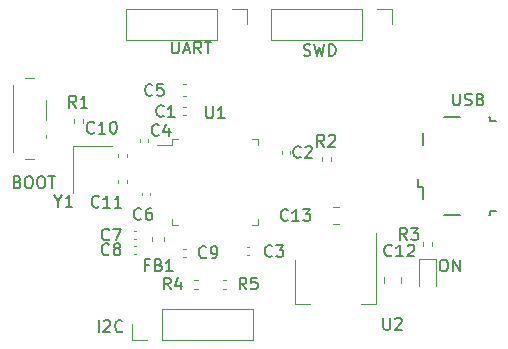
<source format=gbr>
%TF.GenerationSoftware,KiCad,Pcbnew,7.0.5-1.fc38*%
%TF.CreationDate,2023-06-26T00:30:19+03:00*%
%TF.ProjectId,stm32,73746d33-322e-46b6-9963-61645f706362,1.0*%
%TF.SameCoordinates,Original*%
%TF.FileFunction,Legend,Top*%
%TF.FilePolarity,Positive*%
%FSLAX46Y46*%
G04 Gerber Fmt 4.6, Leading zero omitted, Abs format (unit mm)*
G04 Created by KiCad (PCBNEW 7.0.5-1.fc38) date 2023-06-26 00:30:19*
%MOMM*%
%LPD*%
G01*
G04 APERTURE LIST*
%ADD10C,0.150000*%
%ADD11C,0.120000*%
G04 APERTURE END LIST*
D10*
X144862255Y-65327319D02*
X145052731Y-65327319D01*
X145052731Y-65327319D02*
X145147969Y-65374938D01*
X145147969Y-65374938D02*
X145243207Y-65470176D01*
X145243207Y-65470176D02*
X145290826Y-65660652D01*
X145290826Y-65660652D02*
X145290826Y-65993985D01*
X145290826Y-65993985D02*
X145243207Y-66184461D01*
X145243207Y-66184461D02*
X145147969Y-66279700D01*
X145147969Y-66279700D02*
X145052731Y-66327319D01*
X145052731Y-66327319D02*
X144862255Y-66327319D01*
X144862255Y-66327319D02*
X144767017Y-66279700D01*
X144767017Y-66279700D02*
X144671779Y-66184461D01*
X144671779Y-66184461D02*
X144624160Y-65993985D01*
X144624160Y-65993985D02*
X144624160Y-65660652D01*
X144624160Y-65660652D02*
X144671779Y-65470176D01*
X144671779Y-65470176D02*
X144767017Y-65374938D01*
X144767017Y-65374938D02*
X144862255Y-65327319D01*
X145719398Y-66327319D02*
X145719398Y-65327319D01*
X145719398Y-65327319D02*
X146290826Y-66327319D01*
X146290826Y-66327319D02*
X146290826Y-65327319D01*
X145736779Y-51269819D02*
X145736779Y-52079342D01*
X145736779Y-52079342D02*
X145784398Y-52174580D01*
X145784398Y-52174580D02*
X145832017Y-52222200D01*
X145832017Y-52222200D02*
X145927255Y-52269819D01*
X145927255Y-52269819D02*
X146117731Y-52269819D01*
X146117731Y-52269819D02*
X146212969Y-52222200D01*
X146212969Y-52222200D02*
X146260588Y-52174580D01*
X146260588Y-52174580D02*
X146308207Y-52079342D01*
X146308207Y-52079342D02*
X146308207Y-51269819D01*
X146736779Y-52222200D02*
X146879636Y-52269819D01*
X146879636Y-52269819D02*
X147117731Y-52269819D01*
X147117731Y-52269819D02*
X147212969Y-52222200D01*
X147212969Y-52222200D02*
X147260588Y-52174580D01*
X147260588Y-52174580D02*
X147308207Y-52079342D01*
X147308207Y-52079342D02*
X147308207Y-51984104D01*
X147308207Y-51984104D02*
X147260588Y-51888866D01*
X147260588Y-51888866D02*
X147212969Y-51841247D01*
X147212969Y-51841247D02*
X147117731Y-51793628D01*
X147117731Y-51793628D02*
X146927255Y-51746009D01*
X146927255Y-51746009D02*
X146832017Y-51698390D01*
X146832017Y-51698390D02*
X146784398Y-51650771D01*
X146784398Y-51650771D02*
X146736779Y-51555533D01*
X146736779Y-51555533D02*
X146736779Y-51460295D01*
X146736779Y-51460295D02*
X146784398Y-51365057D01*
X146784398Y-51365057D02*
X146832017Y-51317438D01*
X146832017Y-51317438D02*
X146927255Y-51269819D01*
X146927255Y-51269819D02*
X147165350Y-51269819D01*
X147165350Y-51269819D02*
X147308207Y-51317438D01*
X148070112Y-51746009D02*
X148212969Y-51793628D01*
X148212969Y-51793628D02*
X148260588Y-51841247D01*
X148260588Y-51841247D02*
X148308207Y-51936485D01*
X148308207Y-51936485D02*
X148308207Y-52079342D01*
X148308207Y-52079342D02*
X148260588Y-52174580D01*
X148260588Y-52174580D02*
X148212969Y-52222200D01*
X148212969Y-52222200D02*
X148117731Y-52269819D01*
X148117731Y-52269819D02*
X147736779Y-52269819D01*
X147736779Y-52269819D02*
X147736779Y-51269819D01*
X147736779Y-51269819D02*
X148070112Y-51269819D01*
X148070112Y-51269819D02*
X148165350Y-51317438D01*
X148165350Y-51317438D02*
X148212969Y-51365057D01*
X148212969Y-51365057D02*
X148260588Y-51460295D01*
X148260588Y-51460295D02*
X148260588Y-51555533D01*
X148260588Y-51555533D02*
X148212969Y-51650771D01*
X148212969Y-51650771D02*
X148165350Y-51698390D01*
X148165350Y-51698390D02*
X148070112Y-51746009D01*
X148070112Y-51746009D02*
X147736779Y-51746009D01*
X108870112Y-58746009D02*
X109012969Y-58793628D01*
X109012969Y-58793628D02*
X109060588Y-58841247D01*
X109060588Y-58841247D02*
X109108207Y-58936485D01*
X109108207Y-58936485D02*
X109108207Y-59079342D01*
X109108207Y-59079342D02*
X109060588Y-59174580D01*
X109060588Y-59174580D02*
X109012969Y-59222200D01*
X109012969Y-59222200D02*
X108917731Y-59269819D01*
X108917731Y-59269819D02*
X108536779Y-59269819D01*
X108536779Y-59269819D02*
X108536779Y-58269819D01*
X108536779Y-58269819D02*
X108870112Y-58269819D01*
X108870112Y-58269819D02*
X108965350Y-58317438D01*
X108965350Y-58317438D02*
X109012969Y-58365057D01*
X109012969Y-58365057D02*
X109060588Y-58460295D01*
X109060588Y-58460295D02*
X109060588Y-58555533D01*
X109060588Y-58555533D02*
X109012969Y-58650771D01*
X109012969Y-58650771D02*
X108965350Y-58698390D01*
X108965350Y-58698390D02*
X108870112Y-58746009D01*
X108870112Y-58746009D02*
X108536779Y-58746009D01*
X109727255Y-58269819D02*
X109917731Y-58269819D01*
X109917731Y-58269819D02*
X110012969Y-58317438D01*
X110012969Y-58317438D02*
X110108207Y-58412676D01*
X110108207Y-58412676D02*
X110155826Y-58603152D01*
X110155826Y-58603152D02*
X110155826Y-58936485D01*
X110155826Y-58936485D02*
X110108207Y-59126961D01*
X110108207Y-59126961D02*
X110012969Y-59222200D01*
X110012969Y-59222200D02*
X109917731Y-59269819D01*
X109917731Y-59269819D02*
X109727255Y-59269819D01*
X109727255Y-59269819D02*
X109632017Y-59222200D01*
X109632017Y-59222200D02*
X109536779Y-59126961D01*
X109536779Y-59126961D02*
X109489160Y-58936485D01*
X109489160Y-58936485D02*
X109489160Y-58603152D01*
X109489160Y-58603152D02*
X109536779Y-58412676D01*
X109536779Y-58412676D02*
X109632017Y-58317438D01*
X109632017Y-58317438D02*
X109727255Y-58269819D01*
X110774874Y-58269819D02*
X110965350Y-58269819D01*
X110965350Y-58269819D02*
X111060588Y-58317438D01*
X111060588Y-58317438D02*
X111155826Y-58412676D01*
X111155826Y-58412676D02*
X111203445Y-58603152D01*
X111203445Y-58603152D02*
X111203445Y-58936485D01*
X111203445Y-58936485D02*
X111155826Y-59126961D01*
X111155826Y-59126961D02*
X111060588Y-59222200D01*
X111060588Y-59222200D02*
X110965350Y-59269819D01*
X110965350Y-59269819D02*
X110774874Y-59269819D01*
X110774874Y-59269819D02*
X110679636Y-59222200D01*
X110679636Y-59222200D02*
X110584398Y-59126961D01*
X110584398Y-59126961D02*
X110536779Y-58936485D01*
X110536779Y-58936485D02*
X110536779Y-58603152D01*
X110536779Y-58603152D02*
X110584398Y-58412676D01*
X110584398Y-58412676D02*
X110679636Y-58317438D01*
X110679636Y-58317438D02*
X110774874Y-58269819D01*
X111489160Y-58269819D02*
X112060588Y-58269819D01*
X111774874Y-59269819D02*
X111774874Y-58269819D01*
X115736779Y-71469819D02*
X115736779Y-70469819D01*
X116165350Y-70565057D02*
X116212969Y-70517438D01*
X116212969Y-70517438D02*
X116308207Y-70469819D01*
X116308207Y-70469819D02*
X116546302Y-70469819D01*
X116546302Y-70469819D02*
X116641540Y-70517438D01*
X116641540Y-70517438D02*
X116689159Y-70565057D01*
X116689159Y-70565057D02*
X116736778Y-70660295D01*
X116736778Y-70660295D02*
X116736778Y-70755533D01*
X116736778Y-70755533D02*
X116689159Y-70898390D01*
X116689159Y-70898390D02*
X116117731Y-71469819D01*
X116117731Y-71469819D02*
X116736778Y-71469819D01*
X117736778Y-71374580D02*
X117689159Y-71422200D01*
X117689159Y-71422200D02*
X117546302Y-71469819D01*
X117546302Y-71469819D02*
X117451064Y-71469819D01*
X117451064Y-71469819D02*
X117308207Y-71422200D01*
X117308207Y-71422200D02*
X117212969Y-71326961D01*
X117212969Y-71326961D02*
X117165350Y-71231723D01*
X117165350Y-71231723D02*
X117117731Y-71041247D01*
X117117731Y-71041247D02*
X117117731Y-70898390D01*
X117117731Y-70898390D02*
X117165350Y-70707914D01*
X117165350Y-70707914D02*
X117212969Y-70612676D01*
X117212969Y-70612676D02*
X117308207Y-70517438D01*
X117308207Y-70517438D02*
X117451064Y-70469819D01*
X117451064Y-70469819D02*
X117546302Y-70469819D01*
X117546302Y-70469819D02*
X117689159Y-70517438D01*
X117689159Y-70517438D02*
X117736778Y-70565057D01*
X121936779Y-46869819D02*
X121936779Y-47679342D01*
X121936779Y-47679342D02*
X121984398Y-47774580D01*
X121984398Y-47774580D02*
X122032017Y-47822200D01*
X122032017Y-47822200D02*
X122127255Y-47869819D01*
X122127255Y-47869819D02*
X122317731Y-47869819D01*
X122317731Y-47869819D02*
X122412969Y-47822200D01*
X122412969Y-47822200D02*
X122460588Y-47774580D01*
X122460588Y-47774580D02*
X122508207Y-47679342D01*
X122508207Y-47679342D02*
X122508207Y-46869819D01*
X122936779Y-47584104D02*
X123412969Y-47584104D01*
X122841541Y-47869819D02*
X123174874Y-46869819D01*
X123174874Y-46869819D02*
X123508207Y-47869819D01*
X124412969Y-47869819D02*
X124079636Y-47393628D01*
X123841541Y-47869819D02*
X123841541Y-46869819D01*
X123841541Y-46869819D02*
X124222493Y-46869819D01*
X124222493Y-46869819D02*
X124317731Y-46917438D01*
X124317731Y-46917438D02*
X124365350Y-46965057D01*
X124365350Y-46965057D02*
X124412969Y-47060295D01*
X124412969Y-47060295D02*
X124412969Y-47203152D01*
X124412969Y-47203152D02*
X124365350Y-47298390D01*
X124365350Y-47298390D02*
X124317731Y-47346009D01*
X124317731Y-47346009D02*
X124222493Y-47393628D01*
X124222493Y-47393628D02*
X123841541Y-47393628D01*
X124698684Y-46869819D02*
X125270112Y-46869819D01*
X124984398Y-47869819D02*
X124984398Y-46869819D01*
X133089160Y-48022200D02*
X133232017Y-48069819D01*
X133232017Y-48069819D02*
X133470112Y-48069819D01*
X133470112Y-48069819D02*
X133565350Y-48022200D01*
X133565350Y-48022200D02*
X133612969Y-47974580D01*
X133612969Y-47974580D02*
X133660588Y-47879342D01*
X133660588Y-47879342D02*
X133660588Y-47784104D01*
X133660588Y-47784104D02*
X133612969Y-47688866D01*
X133612969Y-47688866D02*
X133565350Y-47641247D01*
X133565350Y-47641247D02*
X133470112Y-47593628D01*
X133470112Y-47593628D02*
X133279636Y-47546009D01*
X133279636Y-47546009D02*
X133184398Y-47498390D01*
X133184398Y-47498390D02*
X133136779Y-47450771D01*
X133136779Y-47450771D02*
X133089160Y-47355533D01*
X133089160Y-47355533D02*
X133089160Y-47260295D01*
X133089160Y-47260295D02*
X133136779Y-47165057D01*
X133136779Y-47165057D02*
X133184398Y-47117438D01*
X133184398Y-47117438D02*
X133279636Y-47069819D01*
X133279636Y-47069819D02*
X133517731Y-47069819D01*
X133517731Y-47069819D02*
X133660588Y-47117438D01*
X133993922Y-47069819D02*
X134232017Y-48069819D01*
X134232017Y-48069819D02*
X134422493Y-47355533D01*
X134422493Y-47355533D02*
X134612969Y-48069819D01*
X134612969Y-48069819D02*
X134851065Y-47069819D01*
X135232017Y-48069819D02*
X135232017Y-47069819D01*
X135232017Y-47069819D02*
X135470112Y-47069819D01*
X135470112Y-47069819D02*
X135612969Y-47117438D01*
X135612969Y-47117438D02*
X135708207Y-47212676D01*
X135708207Y-47212676D02*
X135755826Y-47307914D01*
X135755826Y-47307914D02*
X135803445Y-47498390D01*
X135803445Y-47498390D02*
X135803445Y-47641247D01*
X135803445Y-47641247D02*
X135755826Y-47831723D01*
X135755826Y-47831723D02*
X135708207Y-47926961D01*
X135708207Y-47926961D02*
X135612969Y-48022200D01*
X135612969Y-48022200D02*
X135470112Y-48069819D01*
X135470112Y-48069819D02*
X135232017Y-48069819D01*
%TO.C,Y1*%
X112323809Y-60378628D02*
X112323809Y-60854819D01*
X111990476Y-59854819D02*
X112323809Y-60378628D01*
X112323809Y-60378628D02*
X112657142Y-59854819D01*
X113514285Y-60854819D02*
X112942857Y-60854819D01*
X113228571Y-60854819D02*
X113228571Y-59854819D01*
X113228571Y-59854819D02*
X113133333Y-59997676D01*
X113133333Y-59997676D02*
X113038095Y-60092914D01*
X113038095Y-60092914D02*
X112942857Y-60140533D01*
%TO.C,U2*%
X139838095Y-70254819D02*
X139838095Y-71064342D01*
X139838095Y-71064342D02*
X139885714Y-71159580D01*
X139885714Y-71159580D02*
X139933333Y-71207200D01*
X139933333Y-71207200D02*
X140028571Y-71254819D01*
X140028571Y-71254819D02*
X140219047Y-71254819D01*
X140219047Y-71254819D02*
X140314285Y-71207200D01*
X140314285Y-71207200D02*
X140361904Y-71159580D01*
X140361904Y-71159580D02*
X140409523Y-71064342D01*
X140409523Y-71064342D02*
X140409523Y-70254819D01*
X140838095Y-70350057D02*
X140885714Y-70302438D01*
X140885714Y-70302438D02*
X140980952Y-70254819D01*
X140980952Y-70254819D02*
X141219047Y-70254819D01*
X141219047Y-70254819D02*
X141314285Y-70302438D01*
X141314285Y-70302438D02*
X141361904Y-70350057D01*
X141361904Y-70350057D02*
X141409523Y-70445295D01*
X141409523Y-70445295D02*
X141409523Y-70540533D01*
X141409523Y-70540533D02*
X141361904Y-70683390D01*
X141361904Y-70683390D02*
X140790476Y-71254819D01*
X140790476Y-71254819D02*
X141409523Y-71254819D01*
%TO.C,U1*%
X124825595Y-52354819D02*
X124825595Y-53164342D01*
X124825595Y-53164342D02*
X124873214Y-53259580D01*
X124873214Y-53259580D02*
X124920833Y-53307200D01*
X124920833Y-53307200D02*
X125016071Y-53354819D01*
X125016071Y-53354819D02*
X125206547Y-53354819D01*
X125206547Y-53354819D02*
X125301785Y-53307200D01*
X125301785Y-53307200D02*
X125349404Y-53259580D01*
X125349404Y-53259580D02*
X125397023Y-53164342D01*
X125397023Y-53164342D02*
X125397023Y-52354819D01*
X126397023Y-53354819D02*
X125825595Y-53354819D01*
X126111309Y-53354819D02*
X126111309Y-52354819D01*
X126111309Y-52354819D02*
X126016071Y-52497676D01*
X126016071Y-52497676D02*
X125920833Y-52592914D01*
X125920833Y-52592914D02*
X125825595Y-52640533D01*
%TO.C,R5*%
X128233333Y-67854819D02*
X127900000Y-67378628D01*
X127661905Y-67854819D02*
X127661905Y-66854819D01*
X127661905Y-66854819D02*
X128042857Y-66854819D01*
X128042857Y-66854819D02*
X128138095Y-66902438D01*
X128138095Y-66902438D02*
X128185714Y-66950057D01*
X128185714Y-66950057D02*
X128233333Y-67045295D01*
X128233333Y-67045295D02*
X128233333Y-67188152D01*
X128233333Y-67188152D02*
X128185714Y-67283390D01*
X128185714Y-67283390D02*
X128138095Y-67331009D01*
X128138095Y-67331009D02*
X128042857Y-67378628D01*
X128042857Y-67378628D02*
X127661905Y-67378628D01*
X129138095Y-66854819D02*
X128661905Y-66854819D01*
X128661905Y-66854819D02*
X128614286Y-67331009D01*
X128614286Y-67331009D02*
X128661905Y-67283390D01*
X128661905Y-67283390D02*
X128757143Y-67235771D01*
X128757143Y-67235771D02*
X128995238Y-67235771D01*
X128995238Y-67235771D02*
X129090476Y-67283390D01*
X129090476Y-67283390D02*
X129138095Y-67331009D01*
X129138095Y-67331009D02*
X129185714Y-67426247D01*
X129185714Y-67426247D02*
X129185714Y-67664342D01*
X129185714Y-67664342D02*
X129138095Y-67759580D01*
X129138095Y-67759580D02*
X129090476Y-67807200D01*
X129090476Y-67807200D02*
X128995238Y-67854819D01*
X128995238Y-67854819D02*
X128757143Y-67854819D01*
X128757143Y-67854819D02*
X128661905Y-67807200D01*
X128661905Y-67807200D02*
X128614286Y-67759580D01*
%TO.C,R4*%
X121833333Y-67854819D02*
X121500000Y-67378628D01*
X121261905Y-67854819D02*
X121261905Y-66854819D01*
X121261905Y-66854819D02*
X121642857Y-66854819D01*
X121642857Y-66854819D02*
X121738095Y-66902438D01*
X121738095Y-66902438D02*
X121785714Y-66950057D01*
X121785714Y-66950057D02*
X121833333Y-67045295D01*
X121833333Y-67045295D02*
X121833333Y-67188152D01*
X121833333Y-67188152D02*
X121785714Y-67283390D01*
X121785714Y-67283390D02*
X121738095Y-67331009D01*
X121738095Y-67331009D02*
X121642857Y-67378628D01*
X121642857Y-67378628D02*
X121261905Y-67378628D01*
X122690476Y-67188152D02*
X122690476Y-67854819D01*
X122452381Y-66807200D02*
X122214286Y-67521485D01*
X122214286Y-67521485D02*
X122833333Y-67521485D01*
%TO.C,R3*%
X141833333Y-63654819D02*
X141500000Y-63178628D01*
X141261905Y-63654819D02*
X141261905Y-62654819D01*
X141261905Y-62654819D02*
X141642857Y-62654819D01*
X141642857Y-62654819D02*
X141738095Y-62702438D01*
X141738095Y-62702438D02*
X141785714Y-62750057D01*
X141785714Y-62750057D02*
X141833333Y-62845295D01*
X141833333Y-62845295D02*
X141833333Y-62988152D01*
X141833333Y-62988152D02*
X141785714Y-63083390D01*
X141785714Y-63083390D02*
X141738095Y-63131009D01*
X141738095Y-63131009D02*
X141642857Y-63178628D01*
X141642857Y-63178628D02*
X141261905Y-63178628D01*
X142166667Y-62654819D02*
X142785714Y-62654819D01*
X142785714Y-62654819D02*
X142452381Y-63035771D01*
X142452381Y-63035771D02*
X142595238Y-63035771D01*
X142595238Y-63035771D02*
X142690476Y-63083390D01*
X142690476Y-63083390D02*
X142738095Y-63131009D01*
X142738095Y-63131009D02*
X142785714Y-63226247D01*
X142785714Y-63226247D02*
X142785714Y-63464342D01*
X142785714Y-63464342D02*
X142738095Y-63559580D01*
X142738095Y-63559580D02*
X142690476Y-63607200D01*
X142690476Y-63607200D02*
X142595238Y-63654819D01*
X142595238Y-63654819D02*
X142309524Y-63654819D01*
X142309524Y-63654819D02*
X142214286Y-63607200D01*
X142214286Y-63607200D02*
X142166667Y-63559580D01*
%TO.C,R2*%
X134833333Y-55754819D02*
X134500000Y-55278628D01*
X134261905Y-55754819D02*
X134261905Y-54754819D01*
X134261905Y-54754819D02*
X134642857Y-54754819D01*
X134642857Y-54754819D02*
X134738095Y-54802438D01*
X134738095Y-54802438D02*
X134785714Y-54850057D01*
X134785714Y-54850057D02*
X134833333Y-54945295D01*
X134833333Y-54945295D02*
X134833333Y-55088152D01*
X134833333Y-55088152D02*
X134785714Y-55183390D01*
X134785714Y-55183390D02*
X134738095Y-55231009D01*
X134738095Y-55231009D02*
X134642857Y-55278628D01*
X134642857Y-55278628D02*
X134261905Y-55278628D01*
X135214286Y-54850057D02*
X135261905Y-54802438D01*
X135261905Y-54802438D02*
X135357143Y-54754819D01*
X135357143Y-54754819D02*
X135595238Y-54754819D01*
X135595238Y-54754819D02*
X135690476Y-54802438D01*
X135690476Y-54802438D02*
X135738095Y-54850057D01*
X135738095Y-54850057D02*
X135785714Y-54945295D01*
X135785714Y-54945295D02*
X135785714Y-55040533D01*
X135785714Y-55040533D02*
X135738095Y-55183390D01*
X135738095Y-55183390D02*
X135166667Y-55754819D01*
X135166667Y-55754819D02*
X135785714Y-55754819D01*
%TO.C,R1*%
X113833333Y-52454819D02*
X113500000Y-51978628D01*
X113261905Y-52454819D02*
X113261905Y-51454819D01*
X113261905Y-51454819D02*
X113642857Y-51454819D01*
X113642857Y-51454819D02*
X113738095Y-51502438D01*
X113738095Y-51502438D02*
X113785714Y-51550057D01*
X113785714Y-51550057D02*
X113833333Y-51645295D01*
X113833333Y-51645295D02*
X113833333Y-51788152D01*
X113833333Y-51788152D02*
X113785714Y-51883390D01*
X113785714Y-51883390D02*
X113738095Y-51931009D01*
X113738095Y-51931009D02*
X113642857Y-51978628D01*
X113642857Y-51978628D02*
X113261905Y-51978628D01*
X114785714Y-52454819D02*
X114214286Y-52454819D01*
X114500000Y-52454819D02*
X114500000Y-51454819D01*
X114500000Y-51454819D02*
X114404762Y-51597676D01*
X114404762Y-51597676D02*
X114309524Y-51692914D01*
X114309524Y-51692914D02*
X114214286Y-51740533D01*
%TO.C,FB1*%
X119966666Y-65781009D02*
X119633333Y-65781009D01*
X119633333Y-66304819D02*
X119633333Y-65304819D01*
X119633333Y-65304819D02*
X120109523Y-65304819D01*
X120823809Y-65781009D02*
X120966666Y-65828628D01*
X120966666Y-65828628D02*
X121014285Y-65876247D01*
X121014285Y-65876247D02*
X121061904Y-65971485D01*
X121061904Y-65971485D02*
X121061904Y-66114342D01*
X121061904Y-66114342D02*
X121014285Y-66209580D01*
X121014285Y-66209580D02*
X120966666Y-66257200D01*
X120966666Y-66257200D02*
X120871428Y-66304819D01*
X120871428Y-66304819D02*
X120490476Y-66304819D01*
X120490476Y-66304819D02*
X120490476Y-65304819D01*
X120490476Y-65304819D02*
X120823809Y-65304819D01*
X120823809Y-65304819D02*
X120919047Y-65352438D01*
X120919047Y-65352438D02*
X120966666Y-65400057D01*
X120966666Y-65400057D02*
X121014285Y-65495295D01*
X121014285Y-65495295D02*
X121014285Y-65590533D01*
X121014285Y-65590533D02*
X120966666Y-65685771D01*
X120966666Y-65685771D02*
X120919047Y-65733390D01*
X120919047Y-65733390D02*
X120823809Y-65781009D01*
X120823809Y-65781009D02*
X120490476Y-65781009D01*
X122014285Y-66304819D02*
X121442857Y-66304819D01*
X121728571Y-66304819D02*
X121728571Y-65304819D01*
X121728571Y-65304819D02*
X121633333Y-65447676D01*
X121633333Y-65447676D02*
X121538095Y-65542914D01*
X121538095Y-65542914D02*
X121442857Y-65590533D01*
%TO.C,C13*%
X131757142Y-61959580D02*
X131709523Y-62007200D01*
X131709523Y-62007200D02*
X131566666Y-62054819D01*
X131566666Y-62054819D02*
X131471428Y-62054819D01*
X131471428Y-62054819D02*
X131328571Y-62007200D01*
X131328571Y-62007200D02*
X131233333Y-61911961D01*
X131233333Y-61911961D02*
X131185714Y-61816723D01*
X131185714Y-61816723D02*
X131138095Y-61626247D01*
X131138095Y-61626247D02*
X131138095Y-61483390D01*
X131138095Y-61483390D02*
X131185714Y-61292914D01*
X131185714Y-61292914D02*
X131233333Y-61197676D01*
X131233333Y-61197676D02*
X131328571Y-61102438D01*
X131328571Y-61102438D02*
X131471428Y-61054819D01*
X131471428Y-61054819D02*
X131566666Y-61054819D01*
X131566666Y-61054819D02*
X131709523Y-61102438D01*
X131709523Y-61102438D02*
X131757142Y-61150057D01*
X132709523Y-62054819D02*
X132138095Y-62054819D01*
X132423809Y-62054819D02*
X132423809Y-61054819D01*
X132423809Y-61054819D02*
X132328571Y-61197676D01*
X132328571Y-61197676D02*
X132233333Y-61292914D01*
X132233333Y-61292914D02*
X132138095Y-61340533D01*
X133042857Y-61054819D02*
X133661904Y-61054819D01*
X133661904Y-61054819D02*
X133328571Y-61435771D01*
X133328571Y-61435771D02*
X133471428Y-61435771D01*
X133471428Y-61435771D02*
X133566666Y-61483390D01*
X133566666Y-61483390D02*
X133614285Y-61531009D01*
X133614285Y-61531009D02*
X133661904Y-61626247D01*
X133661904Y-61626247D02*
X133661904Y-61864342D01*
X133661904Y-61864342D02*
X133614285Y-61959580D01*
X133614285Y-61959580D02*
X133566666Y-62007200D01*
X133566666Y-62007200D02*
X133471428Y-62054819D01*
X133471428Y-62054819D02*
X133185714Y-62054819D01*
X133185714Y-62054819D02*
X133090476Y-62007200D01*
X133090476Y-62007200D02*
X133042857Y-61959580D01*
%TO.C,C12*%
X140557142Y-64959580D02*
X140509523Y-65007200D01*
X140509523Y-65007200D02*
X140366666Y-65054819D01*
X140366666Y-65054819D02*
X140271428Y-65054819D01*
X140271428Y-65054819D02*
X140128571Y-65007200D01*
X140128571Y-65007200D02*
X140033333Y-64911961D01*
X140033333Y-64911961D02*
X139985714Y-64816723D01*
X139985714Y-64816723D02*
X139938095Y-64626247D01*
X139938095Y-64626247D02*
X139938095Y-64483390D01*
X139938095Y-64483390D02*
X139985714Y-64292914D01*
X139985714Y-64292914D02*
X140033333Y-64197676D01*
X140033333Y-64197676D02*
X140128571Y-64102438D01*
X140128571Y-64102438D02*
X140271428Y-64054819D01*
X140271428Y-64054819D02*
X140366666Y-64054819D01*
X140366666Y-64054819D02*
X140509523Y-64102438D01*
X140509523Y-64102438D02*
X140557142Y-64150057D01*
X141509523Y-65054819D02*
X140938095Y-65054819D01*
X141223809Y-65054819D02*
X141223809Y-64054819D01*
X141223809Y-64054819D02*
X141128571Y-64197676D01*
X141128571Y-64197676D02*
X141033333Y-64292914D01*
X141033333Y-64292914D02*
X140938095Y-64340533D01*
X141890476Y-64150057D02*
X141938095Y-64102438D01*
X141938095Y-64102438D02*
X142033333Y-64054819D01*
X142033333Y-64054819D02*
X142271428Y-64054819D01*
X142271428Y-64054819D02*
X142366666Y-64102438D01*
X142366666Y-64102438D02*
X142414285Y-64150057D01*
X142414285Y-64150057D02*
X142461904Y-64245295D01*
X142461904Y-64245295D02*
X142461904Y-64340533D01*
X142461904Y-64340533D02*
X142414285Y-64483390D01*
X142414285Y-64483390D02*
X141842857Y-65054819D01*
X141842857Y-65054819D02*
X142461904Y-65054819D01*
%TO.C,C11*%
X115757142Y-60829580D02*
X115709523Y-60877200D01*
X115709523Y-60877200D02*
X115566666Y-60924819D01*
X115566666Y-60924819D02*
X115471428Y-60924819D01*
X115471428Y-60924819D02*
X115328571Y-60877200D01*
X115328571Y-60877200D02*
X115233333Y-60781961D01*
X115233333Y-60781961D02*
X115185714Y-60686723D01*
X115185714Y-60686723D02*
X115138095Y-60496247D01*
X115138095Y-60496247D02*
X115138095Y-60353390D01*
X115138095Y-60353390D02*
X115185714Y-60162914D01*
X115185714Y-60162914D02*
X115233333Y-60067676D01*
X115233333Y-60067676D02*
X115328571Y-59972438D01*
X115328571Y-59972438D02*
X115471428Y-59924819D01*
X115471428Y-59924819D02*
X115566666Y-59924819D01*
X115566666Y-59924819D02*
X115709523Y-59972438D01*
X115709523Y-59972438D02*
X115757142Y-60020057D01*
X116709523Y-60924819D02*
X116138095Y-60924819D01*
X116423809Y-60924819D02*
X116423809Y-59924819D01*
X116423809Y-59924819D02*
X116328571Y-60067676D01*
X116328571Y-60067676D02*
X116233333Y-60162914D01*
X116233333Y-60162914D02*
X116138095Y-60210533D01*
X117661904Y-60924819D02*
X117090476Y-60924819D01*
X117376190Y-60924819D02*
X117376190Y-59924819D01*
X117376190Y-59924819D02*
X117280952Y-60067676D01*
X117280952Y-60067676D02*
X117185714Y-60162914D01*
X117185714Y-60162914D02*
X117090476Y-60210533D01*
%TO.C,C10*%
X115357142Y-54559580D02*
X115309523Y-54607200D01*
X115309523Y-54607200D02*
X115166666Y-54654819D01*
X115166666Y-54654819D02*
X115071428Y-54654819D01*
X115071428Y-54654819D02*
X114928571Y-54607200D01*
X114928571Y-54607200D02*
X114833333Y-54511961D01*
X114833333Y-54511961D02*
X114785714Y-54416723D01*
X114785714Y-54416723D02*
X114738095Y-54226247D01*
X114738095Y-54226247D02*
X114738095Y-54083390D01*
X114738095Y-54083390D02*
X114785714Y-53892914D01*
X114785714Y-53892914D02*
X114833333Y-53797676D01*
X114833333Y-53797676D02*
X114928571Y-53702438D01*
X114928571Y-53702438D02*
X115071428Y-53654819D01*
X115071428Y-53654819D02*
X115166666Y-53654819D01*
X115166666Y-53654819D02*
X115309523Y-53702438D01*
X115309523Y-53702438D02*
X115357142Y-53750057D01*
X116309523Y-54654819D02*
X115738095Y-54654819D01*
X116023809Y-54654819D02*
X116023809Y-53654819D01*
X116023809Y-53654819D02*
X115928571Y-53797676D01*
X115928571Y-53797676D02*
X115833333Y-53892914D01*
X115833333Y-53892914D02*
X115738095Y-53940533D01*
X116928571Y-53654819D02*
X117023809Y-53654819D01*
X117023809Y-53654819D02*
X117119047Y-53702438D01*
X117119047Y-53702438D02*
X117166666Y-53750057D01*
X117166666Y-53750057D02*
X117214285Y-53845295D01*
X117214285Y-53845295D02*
X117261904Y-54035771D01*
X117261904Y-54035771D02*
X117261904Y-54273866D01*
X117261904Y-54273866D02*
X117214285Y-54464342D01*
X117214285Y-54464342D02*
X117166666Y-54559580D01*
X117166666Y-54559580D02*
X117119047Y-54607200D01*
X117119047Y-54607200D02*
X117023809Y-54654819D01*
X117023809Y-54654819D02*
X116928571Y-54654819D01*
X116928571Y-54654819D02*
X116833333Y-54607200D01*
X116833333Y-54607200D02*
X116785714Y-54559580D01*
X116785714Y-54559580D02*
X116738095Y-54464342D01*
X116738095Y-54464342D02*
X116690476Y-54273866D01*
X116690476Y-54273866D02*
X116690476Y-54035771D01*
X116690476Y-54035771D02*
X116738095Y-53845295D01*
X116738095Y-53845295D02*
X116785714Y-53750057D01*
X116785714Y-53750057D02*
X116833333Y-53702438D01*
X116833333Y-53702438D02*
X116928571Y-53654819D01*
%TO.C,C9*%
X124833333Y-65109580D02*
X124785714Y-65157200D01*
X124785714Y-65157200D02*
X124642857Y-65204819D01*
X124642857Y-65204819D02*
X124547619Y-65204819D01*
X124547619Y-65204819D02*
X124404762Y-65157200D01*
X124404762Y-65157200D02*
X124309524Y-65061961D01*
X124309524Y-65061961D02*
X124261905Y-64966723D01*
X124261905Y-64966723D02*
X124214286Y-64776247D01*
X124214286Y-64776247D02*
X124214286Y-64633390D01*
X124214286Y-64633390D02*
X124261905Y-64442914D01*
X124261905Y-64442914D02*
X124309524Y-64347676D01*
X124309524Y-64347676D02*
X124404762Y-64252438D01*
X124404762Y-64252438D02*
X124547619Y-64204819D01*
X124547619Y-64204819D02*
X124642857Y-64204819D01*
X124642857Y-64204819D02*
X124785714Y-64252438D01*
X124785714Y-64252438D02*
X124833333Y-64300057D01*
X125309524Y-65204819D02*
X125500000Y-65204819D01*
X125500000Y-65204819D02*
X125595238Y-65157200D01*
X125595238Y-65157200D02*
X125642857Y-65109580D01*
X125642857Y-65109580D02*
X125738095Y-64966723D01*
X125738095Y-64966723D02*
X125785714Y-64776247D01*
X125785714Y-64776247D02*
X125785714Y-64395295D01*
X125785714Y-64395295D02*
X125738095Y-64300057D01*
X125738095Y-64300057D02*
X125690476Y-64252438D01*
X125690476Y-64252438D02*
X125595238Y-64204819D01*
X125595238Y-64204819D02*
X125404762Y-64204819D01*
X125404762Y-64204819D02*
X125309524Y-64252438D01*
X125309524Y-64252438D02*
X125261905Y-64300057D01*
X125261905Y-64300057D02*
X125214286Y-64395295D01*
X125214286Y-64395295D02*
X125214286Y-64633390D01*
X125214286Y-64633390D02*
X125261905Y-64728628D01*
X125261905Y-64728628D02*
X125309524Y-64776247D01*
X125309524Y-64776247D02*
X125404762Y-64823866D01*
X125404762Y-64823866D02*
X125595238Y-64823866D01*
X125595238Y-64823866D02*
X125690476Y-64776247D01*
X125690476Y-64776247D02*
X125738095Y-64728628D01*
X125738095Y-64728628D02*
X125785714Y-64633390D01*
%TO.C,C8*%
X116613333Y-64859580D02*
X116565714Y-64907200D01*
X116565714Y-64907200D02*
X116422857Y-64954819D01*
X116422857Y-64954819D02*
X116327619Y-64954819D01*
X116327619Y-64954819D02*
X116184762Y-64907200D01*
X116184762Y-64907200D02*
X116089524Y-64811961D01*
X116089524Y-64811961D02*
X116041905Y-64716723D01*
X116041905Y-64716723D02*
X115994286Y-64526247D01*
X115994286Y-64526247D02*
X115994286Y-64383390D01*
X115994286Y-64383390D02*
X116041905Y-64192914D01*
X116041905Y-64192914D02*
X116089524Y-64097676D01*
X116089524Y-64097676D02*
X116184762Y-64002438D01*
X116184762Y-64002438D02*
X116327619Y-63954819D01*
X116327619Y-63954819D02*
X116422857Y-63954819D01*
X116422857Y-63954819D02*
X116565714Y-64002438D01*
X116565714Y-64002438D02*
X116613333Y-64050057D01*
X117184762Y-64383390D02*
X117089524Y-64335771D01*
X117089524Y-64335771D02*
X117041905Y-64288152D01*
X117041905Y-64288152D02*
X116994286Y-64192914D01*
X116994286Y-64192914D02*
X116994286Y-64145295D01*
X116994286Y-64145295D02*
X117041905Y-64050057D01*
X117041905Y-64050057D02*
X117089524Y-64002438D01*
X117089524Y-64002438D02*
X117184762Y-63954819D01*
X117184762Y-63954819D02*
X117375238Y-63954819D01*
X117375238Y-63954819D02*
X117470476Y-64002438D01*
X117470476Y-64002438D02*
X117518095Y-64050057D01*
X117518095Y-64050057D02*
X117565714Y-64145295D01*
X117565714Y-64145295D02*
X117565714Y-64192914D01*
X117565714Y-64192914D02*
X117518095Y-64288152D01*
X117518095Y-64288152D02*
X117470476Y-64335771D01*
X117470476Y-64335771D02*
X117375238Y-64383390D01*
X117375238Y-64383390D02*
X117184762Y-64383390D01*
X117184762Y-64383390D02*
X117089524Y-64431009D01*
X117089524Y-64431009D02*
X117041905Y-64478628D01*
X117041905Y-64478628D02*
X116994286Y-64573866D01*
X116994286Y-64573866D02*
X116994286Y-64764342D01*
X116994286Y-64764342D02*
X117041905Y-64859580D01*
X117041905Y-64859580D02*
X117089524Y-64907200D01*
X117089524Y-64907200D02*
X117184762Y-64954819D01*
X117184762Y-64954819D02*
X117375238Y-64954819D01*
X117375238Y-64954819D02*
X117470476Y-64907200D01*
X117470476Y-64907200D02*
X117518095Y-64859580D01*
X117518095Y-64859580D02*
X117565714Y-64764342D01*
X117565714Y-64764342D02*
X117565714Y-64573866D01*
X117565714Y-64573866D02*
X117518095Y-64478628D01*
X117518095Y-64478628D02*
X117470476Y-64431009D01*
X117470476Y-64431009D02*
X117375238Y-64383390D01*
%TO.C,C7*%
X116633333Y-63609580D02*
X116585714Y-63657200D01*
X116585714Y-63657200D02*
X116442857Y-63704819D01*
X116442857Y-63704819D02*
X116347619Y-63704819D01*
X116347619Y-63704819D02*
X116204762Y-63657200D01*
X116204762Y-63657200D02*
X116109524Y-63561961D01*
X116109524Y-63561961D02*
X116061905Y-63466723D01*
X116061905Y-63466723D02*
X116014286Y-63276247D01*
X116014286Y-63276247D02*
X116014286Y-63133390D01*
X116014286Y-63133390D02*
X116061905Y-62942914D01*
X116061905Y-62942914D02*
X116109524Y-62847676D01*
X116109524Y-62847676D02*
X116204762Y-62752438D01*
X116204762Y-62752438D02*
X116347619Y-62704819D01*
X116347619Y-62704819D02*
X116442857Y-62704819D01*
X116442857Y-62704819D02*
X116585714Y-62752438D01*
X116585714Y-62752438D02*
X116633333Y-62800057D01*
X116966667Y-62704819D02*
X117633333Y-62704819D01*
X117633333Y-62704819D02*
X117204762Y-63704819D01*
%TO.C,C6*%
X119333333Y-61879580D02*
X119285714Y-61927200D01*
X119285714Y-61927200D02*
X119142857Y-61974819D01*
X119142857Y-61974819D02*
X119047619Y-61974819D01*
X119047619Y-61974819D02*
X118904762Y-61927200D01*
X118904762Y-61927200D02*
X118809524Y-61831961D01*
X118809524Y-61831961D02*
X118761905Y-61736723D01*
X118761905Y-61736723D02*
X118714286Y-61546247D01*
X118714286Y-61546247D02*
X118714286Y-61403390D01*
X118714286Y-61403390D02*
X118761905Y-61212914D01*
X118761905Y-61212914D02*
X118809524Y-61117676D01*
X118809524Y-61117676D02*
X118904762Y-61022438D01*
X118904762Y-61022438D02*
X119047619Y-60974819D01*
X119047619Y-60974819D02*
X119142857Y-60974819D01*
X119142857Y-60974819D02*
X119285714Y-61022438D01*
X119285714Y-61022438D02*
X119333333Y-61070057D01*
X120190476Y-60974819D02*
X120000000Y-60974819D01*
X120000000Y-60974819D02*
X119904762Y-61022438D01*
X119904762Y-61022438D02*
X119857143Y-61070057D01*
X119857143Y-61070057D02*
X119761905Y-61212914D01*
X119761905Y-61212914D02*
X119714286Y-61403390D01*
X119714286Y-61403390D02*
X119714286Y-61784342D01*
X119714286Y-61784342D02*
X119761905Y-61879580D01*
X119761905Y-61879580D02*
X119809524Y-61927200D01*
X119809524Y-61927200D02*
X119904762Y-61974819D01*
X119904762Y-61974819D02*
X120095238Y-61974819D01*
X120095238Y-61974819D02*
X120190476Y-61927200D01*
X120190476Y-61927200D02*
X120238095Y-61879580D01*
X120238095Y-61879580D02*
X120285714Y-61784342D01*
X120285714Y-61784342D02*
X120285714Y-61546247D01*
X120285714Y-61546247D02*
X120238095Y-61451009D01*
X120238095Y-61451009D02*
X120190476Y-61403390D01*
X120190476Y-61403390D02*
X120095238Y-61355771D01*
X120095238Y-61355771D02*
X119904762Y-61355771D01*
X119904762Y-61355771D02*
X119809524Y-61403390D01*
X119809524Y-61403390D02*
X119761905Y-61451009D01*
X119761905Y-61451009D02*
X119714286Y-61546247D01*
%TO.C,C5*%
X120283333Y-51359580D02*
X120235714Y-51407200D01*
X120235714Y-51407200D02*
X120092857Y-51454819D01*
X120092857Y-51454819D02*
X119997619Y-51454819D01*
X119997619Y-51454819D02*
X119854762Y-51407200D01*
X119854762Y-51407200D02*
X119759524Y-51311961D01*
X119759524Y-51311961D02*
X119711905Y-51216723D01*
X119711905Y-51216723D02*
X119664286Y-51026247D01*
X119664286Y-51026247D02*
X119664286Y-50883390D01*
X119664286Y-50883390D02*
X119711905Y-50692914D01*
X119711905Y-50692914D02*
X119759524Y-50597676D01*
X119759524Y-50597676D02*
X119854762Y-50502438D01*
X119854762Y-50502438D02*
X119997619Y-50454819D01*
X119997619Y-50454819D02*
X120092857Y-50454819D01*
X120092857Y-50454819D02*
X120235714Y-50502438D01*
X120235714Y-50502438D02*
X120283333Y-50550057D01*
X121188095Y-50454819D02*
X120711905Y-50454819D01*
X120711905Y-50454819D02*
X120664286Y-50931009D01*
X120664286Y-50931009D02*
X120711905Y-50883390D01*
X120711905Y-50883390D02*
X120807143Y-50835771D01*
X120807143Y-50835771D02*
X121045238Y-50835771D01*
X121045238Y-50835771D02*
X121140476Y-50883390D01*
X121140476Y-50883390D02*
X121188095Y-50931009D01*
X121188095Y-50931009D02*
X121235714Y-51026247D01*
X121235714Y-51026247D02*
X121235714Y-51264342D01*
X121235714Y-51264342D02*
X121188095Y-51359580D01*
X121188095Y-51359580D02*
X121140476Y-51407200D01*
X121140476Y-51407200D02*
X121045238Y-51454819D01*
X121045238Y-51454819D02*
X120807143Y-51454819D01*
X120807143Y-51454819D02*
X120711905Y-51407200D01*
X120711905Y-51407200D02*
X120664286Y-51359580D01*
%TO.C,C4*%
X120833333Y-54759580D02*
X120785714Y-54807200D01*
X120785714Y-54807200D02*
X120642857Y-54854819D01*
X120642857Y-54854819D02*
X120547619Y-54854819D01*
X120547619Y-54854819D02*
X120404762Y-54807200D01*
X120404762Y-54807200D02*
X120309524Y-54711961D01*
X120309524Y-54711961D02*
X120261905Y-54616723D01*
X120261905Y-54616723D02*
X120214286Y-54426247D01*
X120214286Y-54426247D02*
X120214286Y-54283390D01*
X120214286Y-54283390D02*
X120261905Y-54092914D01*
X120261905Y-54092914D02*
X120309524Y-53997676D01*
X120309524Y-53997676D02*
X120404762Y-53902438D01*
X120404762Y-53902438D02*
X120547619Y-53854819D01*
X120547619Y-53854819D02*
X120642857Y-53854819D01*
X120642857Y-53854819D02*
X120785714Y-53902438D01*
X120785714Y-53902438D02*
X120833333Y-53950057D01*
X121690476Y-54188152D02*
X121690476Y-54854819D01*
X121452381Y-53807200D02*
X121214286Y-54521485D01*
X121214286Y-54521485D02*
X121833333Y-54521485D01*
%TO.C,C3*%
X130433333Y-65009580D02*
X130385714Y-65057200D01*
X130385714Y-65057200D02*
X130242857Y-65104819D01*
X130242857Y-65104819D02*
X130147619Y-65104819D01*
X130147619Y-65104819D02*
X130004762Y-65057200D01*
X130004762Y-65057200D02*
X129909524Y-64961961D01*
X129909524Y-64961961D02*
X129861905Y-64866723D01*
X129861905Y-64866723D02*
X129814286Y-64676247D01*
X129814286Y-64676247D02*
X129814286Y-64533390D01*
X129814286Y-64533390D02*
X129861905Y-64342914D01*
X129861905Y-64342914D02*
X129909524Y-64247676D01*
X129909524Y-64247676D02*
X130004762Y-64152438D01*
X130004762Y-64152438D02*
X130147619Y-64104819D01*
X130147619Y-64104819D02*
X130242857Y-64104819D01*
X130242857Y-64104819D02*
X130385714Y-64152438D01*
X130385714Y-64152438D02*
X130433333Y-64200057D01*
X130766667Y-64104819D02*
X131385714Y-64104819D01*
X131385714Y-64104819D02*
X131052381Y-64485771D01*
X131052381Y-64485771D02*
X131195238Y-64485771D01*
X131195238Y-64485771D02*
X131290476Y-64533390D01*
X131290476Y-64533390D02*
X131338095Y-64581009D01*
X131338095Y-64581009D02*
X131385714Y-64676247D01*
X131385714Y-64676247D02*
X131385714Y-64914342D01*
X131385714Y-64914342D02*
X131338095Y-65009580D01*
X131338095Y-65009580D02*
X131290476Y-65057200D01*
X131290476Y-65057200D02*
X131195238Y-65104819D01*
X131195238Y-65104819D02*
X130909524Y-65104819D01*
X130909524Y-65104819D02*
X130814286Y-65057200D01*
X130814286Y-65057200D02*
X130766667Y-65009580D01*
%TO.C,C2*%
X132833333Y-56609580D02*
X132785714Y-56657200D01*
X132785714Y-56657200D02*
X132642857Y-56704819D01*
X132642857Y-56704819D02*
X132547619Y-56704819D01*
X132547619Y-56704819D02*
X132404762Y-56657200D01*
X132404762Y-56657200D02*
X132309524Y-56561961D01*
X132309524Y-56561961D02*
X132261905Y-56466723D01*
X132261905Y-56466723D02*
X132214286Y-56276247D01*
X132214286Y-56276247D02*
X132214286Y-56133390D01*
X132214286Y-56133390D02*
X132261905Y-55942914D01*
X132261905Y-55942914D02*
X132309524Y-55847676D01*
X132309524Y-55847676D02*
X132404762Y-55752438D01*
X132404762Y-55752438D02*
X132547619Y-55704819D01*
X132547619Y-55704819D02*
X132642857Y-55704819D01*
X132642857Y-55704819D02*
X132785714Y-55752438D01*
X132785714Y-55752438D02*
X132833333Y-55800057D01*
X133214286Y-55800057D02*
X133261905Y-55752438D01*
X133261905Y-55752438D02*
X133357143Y-55704819D01*
X133357143Y-55704819D02*
X133595238Y-55704819D01*
X133595238Y-55704819D02*
X133690476Y-55752438D01*
X133690476Y-55752438D02*
X133738095Y-55800057D01*
X133738095Y-55800057D02*
X133785714Y-55895295D01*
X133785714Y-55895295D02*
X133785714Y-55990533D01*
X133785714Y-55990533D02*
X133738095Y-56133390D01*
X133738095Y-56133390D02*
X133166667Y-56704819D01*
X133166667Y-56704819D02*
X133785714Y-56704819D01*
%TO.C,C1*%
X121233333Y-53159580D02*
X121185714Y-53207200D01*
X121185714Y-53207200D02*
X121042857Y-53254819D01*
X121042857Y-53254819D02*
X120947619Y-53254819D01*
X120947619Y-53254819D02*
X120804762Y-53207200D01*
X120804762Y-53207200D02*
X120709524Y-53111961D01*
X120709524Y-53111961D02*
X120661905Y-53016723D01*
X120661905Y-53016723D02*
X120614286Y-52826247D01*
X120614286Y-52826247D02*
X120614286Y-52683390D01*
X120614286Y-52683390D02*
X120661905Y-52492914D01*
X120661905Y-52492914D02*
X120709524Y-52397676D01*
X120709524Y-52397676D02*
X120804762Y-52302438D01*
X120804762Y-52302438D02*
X120947619Y-52254819D01*
X120947619Y-52254819D02*
X121042857Y-52254819D01*
X121042857Y-52254819D02*
X121185714Y-52302438D01*
X121185714Y-52302438D02*
X121233333Y-52350057D01*
X122185714Y-53254819D02*
X121614286Y-53254819D01*
X121900000Y-53254819D02*
X121900000Y-52254819D01*
X121900000Y-52254819D02*
X121804762Y-52397676D01*
X121804762Y-52397676D02*
X121709524Y-52492914D01*
X121709524Y-52492914D02*
X121614286Y-52540533D01*
D11*
%TO.C,SW1*%
X109480000Y-56850000D02*
X110270000Y-56850000D01*
X111320000Y-54800000D02*
X111320000Y-55000000D01*
X108470000Y-50550000D02*
X108470000Y-56250000D01*
X110270000Y-49950000D02*
X109480000Y-49950000D01*
X111320000Y-51800000D02*
X111320000Y-53500000D01*
%TO.C,Y1*%
X116900000Y-55720000D02*
X113600000Y-55720000D01*
X113600000Y-55720000D02*
X113600000Y-59720000D01*
%TO.C,U2*%
X139210000Y-63100000D02*
X139210000Y-69110000D01*
X132390000Y-65350000D02*
X132390000Y-69110000D01*
X132390000Y-69110000D02*
X133650000Y-69110000D01*
X139210000Y-69110000D02*
X137950000Y-69110000D01*
%TO.C,U1*%
X128747500Y-55140000D02*
X129197500Y-55140000D01*
X121977500Y-62360000D02*
X121977500Y-61910000D01*
X121977500Y-55140000D02*
X121977500Y-55590000D01*
X128747500Y-62360000D02*
X129197500Y-62360000D01*
X129197500Y-62360000D02*
X129197500Y-61910000D01*
X122427500Y-55140000D02*
X121977500Y-55140000D01*
X122427500Y-62360000D02*
X121977500Y-62360000D01*
X121977500Y-55590000D02*
X120687500Y-55590000D01*
X129197500Y-55140000D02*
X129197500Y-55590000D01*
%TO.C,R5*%
X126246359Y-67780000D02*
X126553641Y-67780000D01*
X126246359Y-67020000D02*
X126553641Y-67020000D01*
%TO.C,R4*%
X124153641Y-67780000D02*
X123846359Y-67780000D01*
X124153641Y-67020000D02*
X123846359Y-67020000D01*
%TO.C,R3*%
X143220000Y-64153641D02*
X143220000Y-63846359D01*
X143980000Y-64153641D02*
X143980000Y-63846359D01*
%TO.C,R2*%
X134620000Y-56646359D02*
X134620000Y-56953641D01*
X135380000Y-56646359D02*
X135380000Y-56953641D01*
%TO.C,R1*%
X113620000Y-53753641D02*
X113620000Y-53446359D01*
X114380000Y-53753641D02*
X114380000Y-53446359D01*
%TO.C,J4*%
X121130000Y-69470000D02*
X128810000Y-69470000D01*
X119860000Y-72130000D02*
X118530000Y-72130000D01*
X128810000Y-72130000D02*
X128810000Y-69470000D01*
X121130000Y-72130000D02*
X121130000Y-69470000D01*
X118530000Y-72130000D02*
X118530000Y-70800000D01*
X121130000Y-72130000D02*
X128810000Y-72130000D01*
%TO.C,J3*%
X125730000Y-46730000D02*
X118050000Y-46730000D01*
X127000000Y-44070000D02*
X128330000Y-44070000D01*
X118050000Y-44070000D02*
X118050000Y-46730000D01*
X125730000Y-44070000D02*
X125730000Y-46730000D01*
X128330000Y-44070000D02*
X128330000Y-45400000D01*
X125730000Y-44070000D02*
X118050000Y-44070000D01*
%TO.C,J2*%
X138010000Y-46730000D02*
X130330000Y-46730000D01*
X139280000Y-44070000D02*
X140610000Y-44070000D01*
X130330000Y-44070000D02*
X130330000Y-46730000D01*
X138010000Y-44070000D02*
X138010000Y-46730000D01*
X140610000Y-44070000D02*
X140610000Y-45400000D01*
X138010000Y-44070000D02*
X130330000Y-44070000D01*
D10*
%TO.C,J1*%
X143200000Y-55600000D02*
X143200000Y-54600000D01*
X148900000Y-53550000D02*
X148900000Y-53250000D01*
X148900000Y-53250000D02*
X148750000Y-53250000D01*
X149350000Y-53550000D02*
X148900000Y-53550000D01*
X144950000Y-61550000D02*
X146350000Y-61550000D01*
X142775000Y-58475000D02*
X142775000Y-59200000D01*
X148900000Y-61550000D02*
X148900000Y-61250000D01*
X146350000Y-53250000D02*
X144950000Y-53250000D01*
X142775000Y-59200000D02*
X143200000Y-59200000D01*
X148750000Y-61550000D02*
X148900000Y-61550000D01*
X148900000Y-61250000D02*
X149350000Y-61250000D01*
X143200000Y-59200000D02*
X143200000Y-60200000D01*
D11*
%TO.C,FB1*%
X120290000Y-63437221D02*
X120290000Y-63762779D01*
X121310000Y-63437221D02*
X121310000Y-63762779D01*
%TO.C,D1*%
X142865000Y-65315000D02*
X142865000Y-67600000D01*
X144335000Y-65315000D02*
X142865000Y-65315000D01*
X144335000Y-67600000D02*
X144335000Y-65315000D01*
%TO.C,C13*%
X135538748Y-62335000D02*
X136061252Y-62335000D01*
X135538748Y-60865000D02*
X136061252Y-60865000D01*
%TO.C,C12*%
X141335000Y-67311252D02*
X141335000Y-66788748D01*
X139865000Y-67311252D02*
X139865000Y-66788748D01*
%TO.C,C11*%
X118110000Y-58827836D02*
X118110000Y-58612164D01*
X117390000Y-58827836D02*
X117390000Y-58612164D01*
%TO.C,C10*%
X118110000Y-56597836D02*
X118110000Y-56382164D01*
X117390000Y-56597836D02*
X117390000Y-56382164D01*
%TO.C,C9*%
X122892164Y-65110000D02*
X123107836Y-65110000D01*
X122892164Y-64390000D02*
X123107836Y-64390000D01*
%TO.C,C8*%
X118907836Y-64140000D02*
X118692164Y-64140000D01*
X118907836Y-64860000D02*
X118692164Y-64860000D01*
%TO.C,C7*%
X118907836Y-62890000D02*
X118692164Y-62890000D01*
X118907836Y-63610000D02*
X118692164Y-63610000D01*
%TO.C,C6*%
X119390000Y-59877836D02*
X119390000Y-59662164D01*
X120110000Y-59877836D02*
X120110000Y-59662164D01*
%TO.C,C5*%
X122859420Y-51510000D02*
X123140580Y-51510000D01*
X122859420Y-50490000D02*
X123140580Y-50490000D01*
%TO.C,C4*%
X119947500Y-55357836D02*
X119947500Y-55142164D01*
X119227500Y-55357836D02*
X119227500Y-55142164D01*
%TO.C,C3*%
X128507836Y-64240000D02*
X128292164Y-64240000D01*
X128507836Y-64960000D02*
X128292164Y-64960000D01*
%TO.C,C2*%
X131227500Y-56142164D02*
X131227500Y-56357836D01*
X131947500Y-56142164D02*
X131947500Y-56357836D01*
%TO.C,C1*%
X122892164Y-52390000D02*
X123107836Y-52390000D01*
X122892164Y-53110000D02*
X123107836Y-53110000D01*
%TD*%
M02*

</source>
